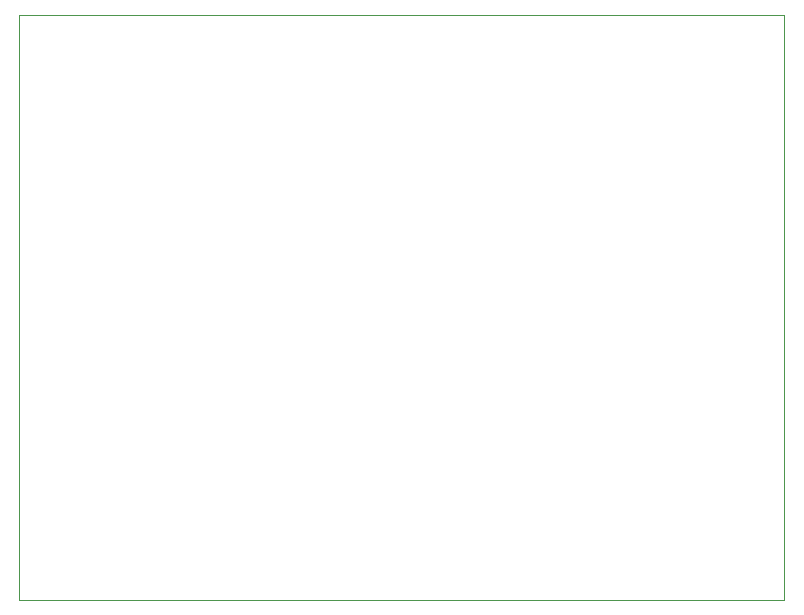
<source format=gm1>
%TF.GenerationSoftware,KiCad,Pcbnew,(6.0.7)*%
%TF.CreationDate,2022-09-15T17:32:09-05:00*%
%TF.ProjectId,Simplified01,53696d70-6c69-4666-9965-6430312e6b69,rev?*%
%TF.SameCoordinates,Original*%
%TF.FileFunction,Profile,NP*%
%FSLAX46Y46*%
G04 Gerber Fmt 4.6, Leading zero omitted, Abs format (unit mm)*
G04 Created by KiCad (PCBNEW (6.0.7)) date 2022-09-15 17:32:09*
%MOMM*%
%LPD*%
G01*
G04 APERTURE LIST*
%TA.AperFunction,Profile*%
%ADD10C,0.050000*%
%TD*%
G04 APERTURE END LIST*
D10*
X99691251Y-70383751D02*
X164461251Y-70383751D01*
X164461251Y-119913751D02*
X99691251Y-119913751D01*
X164461251Y-70383751D02*
X164461251Y-119913751D01*
X99691251Y-119913751D02*
X99691251Y-70383751D01*
M02*

</source>
